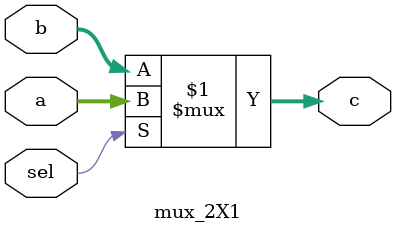
<source format=v>
`timescale 1ns / 1ps

module mux_2X1(
input [7:0] a ,
input [7:0] b,
input sel,
output [7:0] c
    );
    assign c = sel? a:b;
endmodule

</source>
